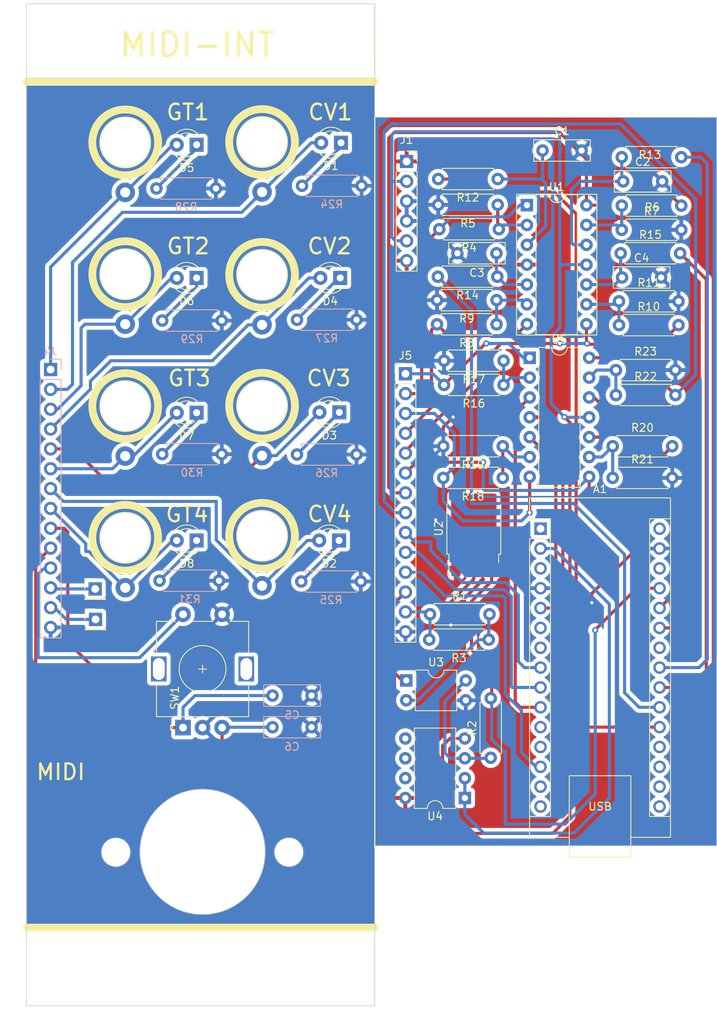
<source format=kicad_pcb>
(kicad_pcb (version 20221018) (generator pcbnew)
  (layers (0 "F.Cu" signal) (31 "B.Cu" signal) (34 "B.Paste" user) (35 "F.Paste" user) (36 "B.SilkS" user "B.Silkscreen") (37 "F.SilkS" user "F.Silkscreen") (38 "B.Mask" user) (39 "F.Mask" user) (44 "Edge.Cuts" user))
  (net 0 "")
  (net 2 "MIDI_DATA")
  (net 4 "GND")
  (net 5 "D2")
  (net 6 "D3")
  (net 7 "D4")
  (net 8 "ENCA")
  (net 9 "ENCB")
  (net 10 "D1")
  (net 13 "SW")
  (net 20 "A1")
  (net 21 "A2")
  (net 22 "A3")
  (net 23 "A4")
  (net 25 "+5V")
  (net 28 "Net-(U1A-+)")
  (net 29 "Net-(U1D-+)")
  (net 30 "Net-(U1B-+)")
  (net 31 "Net-(U1C-+)")
  (net 32 "Net-(D1-K)")
  (net 33 "CV1")
  (net 34 "Net-(D2-K)")
  (net 35 "CV4")
  (net 36 "Net-(D3-K)")
  (net 37 "CV3")
  (net 38 "Net-(D4-K)")
  (net 39 "CV2")
  (net 40 "Net-(D5-K)")
  (net 41 "GT1")
  (net 42 "Net-(D6-K)")
  (net 43 "GT2")
  (net 44 "Net-(D7-K)")
  (net 45 "GT3")
  (net 46 "Net-(D8-K)")
  (net 47 "GT4")
  (net 48 "MIDI-5")
  (net 49 "Net-(R1-Pad2)")
  (net 50 "Net-(U4A-+)")
  (net 51 "Net-(U1A--)")
  (net 52 "Net-(U1D--)")
  (net 53 "Net-(U1B--)")
  (net 54 "Net-(U1C--)")
  (net 55 "Net-(U5A--)")
  (net 56 "Net-(U5B--)")
  (net 57 "Net-(U5C--)")
  (net 58 "Net-(U5D--)")
  (net 59 "+12V")
  (net 60 "MIDI-4")
  (net 64 "-12V")
  (footprint "Package_DIP:DIP-8_W7.62mm" (layer "F.Cu") (at 155.53 131.66 180)
    (fp_text reference "U4")
    (fp_text value "TL072")
  )
  (footprint "Capacitor_THT:C_Rect_L7.0mm_W2.5mm_P5.00mm" (layer "F.Cu") (at 165.48 48.79)
    (fp_text reference "C1")
    (fp_text value "C")
  )
  (footprint "Resistor_THT:R_Axial_DIN0207_L6.3mm_D2.5mm_P7.62mm_Horizontal" (layer "F.Cu") (at 151.07 108.14)
    (fp_text reference "R1")
    (fp_text value "R")
  )
  (footprint "LED_THT:LED_D3.0mm" (layer "F.Cu") (at 139.575 65.1 180)
    (fp_text reference "D4")
    (fp_text value "LED")
  )
  (footprint "Library:aux_flush" (layer "F.Cu") (at 112.05 98.35 90)
    (fp_text reference "U13" hide)
    (fp_text value "Aux_flush")
  )
  (footprint "Resistor_THT:R_Axial_DIN0207_L6.3mm_D2.5mm_P7.62mm_Horizontal" (layer "F.Cu") (at 174.46 90.69)
    (fp_text reference "R21")
    (fp_text value "R")
  )
  (footprint "Connector_PinHeader_2.54mm:PinHeader_1x01_P2.54mm_Vertical" (layer "F.Cu") (at 108.2 104.9)
    (fp_text reference "J2" hide)
    (fp_text value "Conn_01x01_Pin")
  )
  (footprint "Capacitor_THT:C_Rect_L7.0mm_W2.5mm_P5.00mm" (layer "F.Cu") (at 159.58 61.94 180)
    (fp_text reference "C3")
    (fp_text value "C")
  )
  (footprint "Library:aux_flush" (layer "F.Cu") (at 129.56965 81.45 90)
    (fp_text reference "U9" hide)
    (fp_text value "Aux_flush")
  )
  (footprint "Resistor_THT:R_Axial_DIN0207_L6.3mm_D2.5mm_P7.62mm_Horizontal" (layer "F.Cu") (at 174.87 76.89)
    (fp_text reference "R23")
    (fp_text value "R")
  )
  (footprint "Resistor_THT:R_Axial_DIN0207_L6.3mm_D2.5mm_P7.62mm_Horizontal" (layer "F.Cu") (at 159.59 71.04 180)
    (fp_text reference "R8")
    (fp_text value "R")
  )
  (footprint "LED_THT:LED_D3.0mm" (layer "F.Cu") (at 121.19 98.7 180)
    (fp_text reference "D8")
    (fp_text value "LED")
  )
  (footprint "Resistor_THT:R_Axial_DIN0207_L6.3mm_D2.5mm_P7.62mm_Horizontal" (layer "F.Cu") (at 175.27 71.14)
    (fp_text reference "R10")
    (fp_text value "R")
  )
  (footprint "Capacitor_THT:C_Rect_L7.0mm_W2.5mm_P5.00mm" (layer "F.Cu") (at 175.8 52.74)
    (fp_text reference "C2")
    (fp_text value "C")
  )
  (footprint "Resistor_THT:R_Axial_DIN0207_L6.3mm_D2.5mm_P7.62mm_Horizontal" (layer "F.Cu") (at 175.62 49.64)
    (fp_text reference "R13")
    (fp_text value "R")
  )
  (footprint "Resistor_THT:R_Axial_DIN0207_L6.3mm_D2.5mm_P7.62mm_Horizontal" (layer "F.Cu") (at 174.46 86.64)
    (fp_text reference "R20")
    (fp_text value "R")
  )
  (footprint "MountingHole:MountingHole_3.2mm_M3" (layer "F.Cu") (at 110.85 138.6)
    (fp_text reference "REF**" hide)
    (fp_text value "MountingHole_3.2mm_M3")
  )
  (footprint "Resistor_THT:R_Axial_DIN0207_L6.3mm_D2.5mm_P7.62mm_Horizontal" (layer "F.Cu") (at 158.84 126.51 90)
    (fp_text reference "R2")
    (fp_text value "R")
  )
  (footprint "Rotary_Encoder:RotaryEncoder_Alps_EC11E-Switch_Vertical_H20mm" (layer "F.Cu") (at 119.45 122.65 90)
    (fp_text reference "SW1")
    (fp_text value "RotaryEncoder_Switch")
  )
  (footprint "Library:aux_flush" (layer "F.Cu") (at 112.05 47.75 90)
    (fp_text reference "U10" hide)
    (fp_text value "Aux_flush")
  )
  (footprint "LED_THT:LED_D3.0mm" (layer "F.Cu") (at 139.675 47.8 180)
    (fp_text reference "D1")
    (fp_text value "LED")
  )
  (footprint "Resistor_THT:R_Axial_DIN0207_L6.3mm_D2.5mm_P7.62mm_Horizontal" (layer "F.Cu") (at 175.62 58.94)
    (fp_text reference "R7")
    (fp_text value "R")
  )
  (footprint "Library:aux_flush" (layer "F.Cu") (at 112.05 64.616666 90)
    (fp_text reference "U11" hide)
    (fp_text value "Aux_flush")
  )
  (footprint "Connector_PinHeader_2.54mm:PinHeader_1x01_P2.54mm_Vertical" (layer "F.Cu") (at 108.25 108.8)
    (fp_text reference "J3" hide)
    (fp_text value "Conn_01x01_Pin")
  )
  (footprint "LED_THT:LED_D3.0mm" (layer "F.Cu") (at 121.19 65.1 180)
    (fp_text reference "D6")
    (fp_text value "LED")
  )
  (footprint "Resistor_THT:R_Axial_DIN0207_L6.3mm_D2.5mm_P7.62mm_Horizontal" (layer "F.Cu") (at 159.59 67.94 180)
    (fp_text reference "R9")
    (fp_text value "R")
  )
  (footprint "Resistor_THT:R_Axial_DIN0207_L6.3mm_D2.5mm_P7.62mm_Horizontal" (layer "F.Cu") (at 160.39 90.69 180)
    (fp_text reference "R18")
    (fp_text value "R")
  )
  (footprint "Resistor_THT:R_Axial_DIN0207_L6.3mm_D2.5mm_P7.62mm_Horizontal" (layer "F.Cu") (at 160.49 75.69 180)
    (fp_text reference "R17")
    (fp_text value "R")
  )
  (footprint "LED_THT:LED_D3.0mm" (layer "F.Cu") (at 121.19 48.05 180)
    (fp_text reference "D5")
    (fp_text value "LED")
  )
  (footprint "Package_DIP:DIP-4_W7.62mm" (layer "F.Cu") (at 148.03 116.615)
    (fp_text reference "U3")
    (fp_text value "EL817")
  )
  (footprint "Library:aux_flush" (layer "F.Cu") (at 129.56965 64.7 90)
    (fp_text reference "U8" hide)
    (fp_text value "Aux_flush")
  )
  (footprint "Resistor_THT:R_Axial_DIN0207_L6.3mm_D2.5mm_P7.62mm_Horizontal" (layer "F.Cu") (at 160.49 78.79 180)
    (fp_text reference "R16")
    (fp_text value "R")
  )
  (footprint "Resistor_THT:R_Axial_DIN0207_L6.3mm_D2.5mm_P7.62mm_Horizontal" (layer "F.Cu") (at 175.48 61.94)
    (fp_text reference "R15")
    (fp_text value "R")
  )
  (footprint "Library:aux_flush" (layer "F.Cu") (at 129.56965 98.1 90)
    (fp_text reference "U7" hide)
    (fp_text value "Aux_flush")
  )
  (footprint "Package_DIP:DIP-14_W7.62mm_Socket" (layer "F.Cu") (at 163.48 55.78)
    (fp_text reference "U1")
    (fp_text value "TL074")
  )
  (footprint "MountingHole:MountingHole_3.2mm_M3" (layer "F.Cu") (at 135.981664 155.523833)
    (fp_text reference "REF**" hide)
    (fp_text value "MountingHole_3.2mm_M3")
  )
  (footprint "Connector_PinHeader_2.54mm:PinHeader_1x14_P2.54mm_Vertical" (layer "F.Cu") (at 147.93 77.365)
    (fp_text reference "J5")
    (fp_text value "Conn_01x14_Pin")
  )
  (footprint "Library:aux_flush" (layer "F.Cu") (at 112.05 81.5 90)
    (fp_text reference "U12" hide)
    (fp_text value "Aux_flush")
  )
  (footprint "Resistor_THT:R_Axial_DIN0207_L6.3mm_D2.5mm_P7.62mm_Horizontal" (layer "F.Cu") (at 159.74 52.44 180)
    (fp_text reference "R12")
    (fp_text value "R")
  )
  (footprint "Resistor_THT:R_Axial_DIN0207_L6.3mm_D2.5mm_P7.62mm_Horizontal" (layer "F.Cu") (at 159.74 55.74 180)
    (fp_text reference "R5")
    (fp_text value "R")
  )
  (footprint "Package_DIP:DIP-14_W7.62mm" (layer "F.Cu") (at 163.83 75.315)
    (fp_text reference "U5")
    (fp_text value "TL074")
  )
  (footprint "LED_THT:LED_D3.0mm" (layer "F.Cu") (at 139.425 98.7 180)
    (fp_text reference "D2")
    (fp_text value "LED")
  )
  (footprint "LED_THT:LED_D3.0mm" (layer "F.Cu") (at 121.19 82.35 180)
    (fp_text reference "D7")
    (fp_text value "LED")
  )
  (footprint "Resistor_THT:R_Axial_DIN0207_L6.3mm_D2.5mm_P7.62mm_Horizontal" (layer "F.Cu") (at 159.88 58.86 180)
    (fp_text reference "R4")
    (fp_text value "R")
  )
  (footprint "Package_TO_SOT_SMD:TO-252-3_TabPin2" (layer "F.Cu") (at 156.68 97.15 90)
    (fp_text reference "U2")
    (fp_text value "L7806")
  )
  (footprint "MountingHole:MountingHole_3.2mm_M3" (layer "F.Cu") (at 105.501664 155.523833)
    (fp_text reference "REF**" hide)
    (fp_text value "MountingHole_3.2mm_M3")
  )
  (footprint "Capacitor_THT:C_Rect_L7.0mm_W2.5mm_P5.00mm" (layer "F.Cu") (at 175.66 65.04)
    (fp_text reference "C4")
    (fp_text value "C")
  )
  (footprint "Resistor_THT:R_Axial_DIN0207_L6.3mm_D2.5mm_P7.62mm_Horizontal" (layer "F.Cu") (at 174.87 80.09)
    (fp_text reference "R22")
    (fp_text value "R")
  )
  (footprint "Resistor_THT:R_Axial_DIN0207_L6.3mm_D2.5mm_P7.62mm_Horizontal" (layer "F.Cu") (at 175.62 55.84)
    (fp_text reference "R6")
    (fp_text value "R")
  )
  (footprint "Module:Arduino_Nano" (layer "F.Cu") (at 165.22 97.19)
    (fp_text reference "A1")
    (fp_text value "Arduino_Nano_Every")
  )
  (footprint "Connector_PinSocket_2.54mm:PinSocket_1x06_P2.54mm_Vertical" (layer "F.Cu") (at 148.08 50.19)
    (fp_text reference "J1")
    (fp_text value "Conn_01x06_Pin")
  )
  (footprint "MountingHole:MountingHole_3.2mm_M3" (layer "F.Cu") (at 135.98 33)
    (fp_text reference "REF**" hide)
    (fp_text value "MountingHole_3.2mm_M3")
  )
  (footprint "Resistor_THT:R_Axial_DIN0207_L6.3mm_D2.5mm_P7.62mm_Horizontal" (layer "F.Cu") (at 175.27 68.09)
    (fp_text reference "R11")
    (fp_text value "R")
  )
  (footprint "MountingHole:MountingHole_3.2mm_M3" (layer "F.Cu") (at 133 138.6)
    (fp_text reference "REF**" hide)
    (fp_text value "MountingHole_3.2mm_M3")
  )
  (footprint "Resistor_THT:R_Axial_DIN0207_L6.3mm_D2.5mm_P7.62mm_Horizontal" (layer "F.Cu") (at 158.59 111.39 180)
    (fp_text reference "R3")
    (fp_text value "R")
  )
  (footprint "LED_THT:LED_D3.0mm" (layer "F.Cu") (at 139.46 82.3 180)
    (fp_text reference "D3")
    (fp_text value "LED")
  )
  (footprint "Resistor_THT:R_Axial_DIN0207_L6.3mm_D2.5mm_P7.62mm_Horizontal" (layer "F.Cu") (at 160.39 86.64 180)
    (fp_text reference "R19")
    (fp_text value "R")
  )
  (footprint "Resistor_THT:R_Axial_DIN0207_L6.3mm_D2.5mm_P7.62mm_Horizontal" (layer "F.Cu") (at 159.69 64.94 180)
    (fp_text reference "R14")
    (fp_text value "R")
  )
  (footprint "Library:aux_flush" (layer "F.Cu") (at 129.56965 47.7 90)
    (fp_text reference "U6" hide)
    (fp_text value "Aux_flush")
  )
  (footprint "MountingHole:MountingHole_3.2mm_M3" (layer "F.Cu") (at 105.5 33)
    (fp_text reference "REF**" hide)
    (fp_text value "MountingHole_3.2mm_M3")
  )
  (footprint "Capacitor_THT:C_Rect_L7.0mm_W2.5mm_P5.00mm" (layer "B.Cu") (at 130.91 122.6)
    (fp_text reference "C6")
    (fp_text value "C")
  )
  (footprint "Resistor_THT:R_Axial_DIN0207_L6.3mm_D2.5mm_P7.62mm_Horizontal" (layer "B.Cu") (at 116.04 53.65)
    (fp_text reference "R28")
    (fp_text value "R")
  )
  (footprint "Resistor_THT:R_Axial_DIN0207_L6.3mm_D2.5mm_P7.62mm_Horizontal" (layer "B.Cu") (at 134.04 70.45)
    (fp_text reference "R27")
    (fp_text value "R")
  )
  (footprint "Resistor_THT:R_Axial_DIN0207_L6.3mm_D2.5mm_P7.62mm_Horizontal" (layer "B.Cu") (at 134.59 103.95)
    (fp_text reference "R25")
    (fp_text value "R")
  )
  (footprint "Capacitor_THT:C_Rect_L7.0mm_W2.5mm_P5.00mm" (layer "B.Cu") (at 130.91 118.55)
    (fp_text reference "C5")
    (fp_text value "C")
  )
  (footprint "Resistor_THT:R_Axial_DIN0207_L6.3mm_D2.5mm_P7.62mm_Horizontal" (layer "B.Cu") (at 134.69 53.3)
    (fp_text reference "R24")
    (fp_text value "R")
  )
  (footprint "Resistor_THT:R_Axial_DIN0207_L6.3mm_D2.5mm_P7.62mm_Horizontal" (layer "B.Cu") (at 116.79 87.65)
    (fp_text reference "R30")
    (fp_text value "R")
  )
  (footprint "Resistor_THT:R_Axial_DIN0207_L6.3mm_D2.5mm_P7.62mm_Horizontal" (layer "B.Cu") (at 116.79 70.55)
    (fp_text reference "R29")
    (fp_text value "R")
  )
  (footprint "Connector_PinHeader_2.54mm:PinHeader_1x14_P2.54mm_Vertical" (layer "B.Cu") (at 102.5 76.82 180)
    (fp_text reference "J4")
    (fp_text value "Conn_01x14_Pin")
  )
  (footprint "Resistor_THT:R_Axial_DIN0207_L6.3mm_D2.5mm_P7.62mm_Horizontal" (layer "B.Cu") (at 134.04 87.7)
    (fp_text reference "R26")
    (fp_text value "R")
  )
  (footprint "Resistor_THT:R_Axial_DIN0207_L6.3mm_D2.5mm_P7.62mm_Horizontal" (layer "B.Cu") (at 116.44 103.85)
    (fp_text reference "R31")
    (fp_text value "R")
  )
  (gr_line (start 144 40) (end 144 30) (stroke (width 0.15)) (layer "F.SilkS"))
  (gr_line (start 144 138) (end 144 44.5) (stroke (width 0.15)) (layer "F.SilkS"))
  (gr_line (start 99.4 40) (end 144 40) (stroke (width 1)) (layer "F.SilkS"))
  (gr_line (start 144 148.25) (end 99.5 148.25) (stroke (width 1)) (layer "F.SilkS"))
  (gr_line (start 144 137.79) (end 144 158.25) (stroke (width 0.1)) (layer "Edge.Cuts"))
  (gr_line (start 187.78 44.54) (end 144 44.53) (stroke (width 0.1)) (layer "Edge.Cuts"))
  (gr_line (start 187.78 44.54) (end 187.78 137.79) (stroke (width 0.1)) (layer "Edge.Cuts"))
  (gr_line (start 144 158.25) (end 99.4 158.25) (stroke (width 0.1)) (layer "Edge.Cuts"))
  (gr_circle (center 121.95 138.55) (end 129.95 138.55) (stroke (width 0.1)) (fill none) (layer "Edge.Cuts"))
  (gr_line (start 144 30) (end 144 44.53) (stroke (width 0.1)) (layer "Edge.Cuts"))
  (gr_line (start 99.4 30) (end 144 30) (stroke (width 0.1)) (layer "Edge.Cuts"))
  (gr_line (start 187.78 137.79) (end 144 137.79) (stroke (width 0.1)) (layer "Edge.Cuts"))
  (gr_line (start 99.4 158.25) (end 99.4 30) (stroke (width 0.1)) (layer "Edge.Cuts"))
  (gr_text "GT4" (at 117.05 96.5) (layer "F.SilkS") (effects (font (size 2 2) (thickness 0.3)) (justify left bottom)))
  (gr_text "GT1" (at 117.15 45.05) (layer "F.SilkS") (effects (font (size 2 2) (thickness 0.3)) (justify left bottom)))
  (gr_text "MIDI" (at 100.5 129.5) (layer "F.SilkS") (effects (font (size 2 2) (thickness 0.3)) (justify left bottom)))
  (gr_text "MIDI-INT\n" (at 111.1 37) (layer "F.SilkS") (effects (font (size 3 3) (thickness 0.4)) (justify left bottom)))
  (gr_text "CV3" (at 135.1 79.1) (layer "F.SilkS") (effects (font (size 2 2) (thickness 0.3)) (justify left bottom)))
  (gr_text "CV1" (at 135.3 45.05) (layer "F.SilkS") (effects (font (size 2 2) (thickness 0.3)) (justify left bottom)))
  (gr_text "GT2" (at 117.2 62.2) (layer "F.SilkS") (effects (font (size 2 2) (thickness 0.3)) (justify left bottom)))
  (gr_text "CV4" (at 135.2 96.5) (layer "F.SilkS") (effects (font (size 2 2) (thickness 0.3)) (justify left bottom)))
  (gr_text "GT3" (at 117.35 79.1) (layer "F.SilkS") (effects (font (size 2 2) (thickness 0.3)) (justify left bottom)))
  (gr_text "CV2" (at 135.2 62.2) (layer "F.SilkS") (effects (font (size 2 2) (thickness 0.3)) (justify left bottom)))
  (segment (start 155.53 131.66) (end 155.53 133.74) (width 0.4) (layer "B.Cu") (net 2))
  (segment (start 169.52 136.15) (end 174.03 131.64) (width 0.4) (layer "B.Cu") (net 2))
  (segment (start 155.53 129.12) (end 155.53 131.66) (width 0.4) (layer "B.Cu") (net 2))
  (segment (start 155.53 133.74) (end 157.94 136.15) (width 0.4) (layer "B.Cu") (net 2))
  (segment (start 166.92 99.73) (end 165.22 99.73) (width 0.4) (layer "B.Cu") (net 2))
  (segment (start 157.94 136.15) (end 169.52 136.15) (width 0.4) (layer "B.Cu") (net 2))
  (segment (start 174.03 131.64) (end 174.03 106.84) (width 0.4) (layer "B.Cu") (net 2))
  (segment (start 174.03 106.84) (end 166.92 99.73) (width 0.4) (layer "B.Cu") (net 2))
  (segment (start 156.68 103.62) (end 156.68 102.19) (width 0.4) (layer "F.Cu") (net 4))
  (segment (start 152.77 86.64) (end 152.77 84.165) (width 0.4) (layer "F.Cu") (net 4))
  (segment (start 177.54 99.73) (end 180.46 99.73) (width 0.4) (layer "F.Cu") (net 4))
  (segment (start 171.78 106.66) (end 171.78 105.49) (width 0.4) (layer "F.Cu") (net 4))
  (segment (start 151.97 95.89) (end 156.68 95.89) (width 0.4) (layer "F.Cu") (net 4))
  (segment (start 153.73 109.53) (end 153.73 106.57) (width 0.4) (layer "F.Cu") (net 4))
  (segment (start 153.73 106.57) (end 156.68 103.62) (width 0.4) (layer "F.Cu") (net 4))
  (segment (start 171.78 105.49) (end 177.54 99.73) (width 0.4) (layer "F.Cu") (net 4))
  (segment (start 156.68 102.19) (end 156.68 99.09) (width 0.4) (layer "F.Cu") (net 4))
  (segment (start 151.79 96.07) (end 151.97 95.89) (width 0.4) (layer "F.Cu") (net 4))
  (segment (start 152.77 84.165) (end 154.03 82.905) (width 0.4) (layer "F.Cu") (net 4))
  (via (at 153.73 109.53) (size 0.8) (drill 0.4) (layers "F.Cu" "B.Cu") (net 4))
  (via (at 171.78 106.66) (size 0.8) (drill 0.4) (layers "F.Cu" "B.Cu") (net 4))
  (via (at 151.79 96.07) (size 0.8) (drill 0.4) (layers "F.Cu" "B.Cu") (net 4))
  (via (at 154.03 82.905) (size 0.8) (drill 0.4) (layers "F.Cu" "B.Cu") (net 4))
  (segment (start 151.79 96.07) (end 151.77 96.05) (width 0.4) (layer "B.Cu") (net 4))
  (segment (start 150.55 94.83) (end 151.79 96.07) (width 0.4) (layer "B.Cu") (net 4))
  (segment (start 152.77 86.64) (end 150.72 88.69) (width 0.4) (layer "B.Cu") (net 4))
  (segment (start 171.78 106.66) (end 169.93 104.81) (width 0.4) (layer "B.Cu") (net 4))
  (segment (start 169.93 104.81) (end 165.22 104.81) (width 0.4) (layer "B.Cu") (net 4))
  (segment (start 150.72 88.69) (end 150.55 88.69) (width 0.4) (layer "B.Cu") (net 4))
  (segment (start 150.55 88.69) (end 150.55 94.83) (width 0.4) (layer "B.Cu") (net 4))
  (segment (start 167.18 88.825) (end 163.83 85.475) (width 0.4) (layer "F.Cu") (net 5))
  (segment (start 167.18 106.79) (end 167.18 88.825) (width 0.4) (layer "F.Cu") (net 5))
  (segment (start 166.62 107.35) (end 167.18 106.79) (width 0.4) (layer "F.Cu") (net 5))
  (segment (start 165.22 107.35) (end 166.62 107.35) (width 0.4) (layer "F.Cu") (net 5))
  (segment (start 184.38 85.29) (end 184.38 103.43) (width 0.4) (layer "F.Cu") (net 6))
  (segment (start 171.45 85.475) (end 172.695 85.475) (width 0.4) (layer "F.Cu") (net 6))
  (segment (start 172.695 85.475) (end 173.68 84.49) (width 0.4) (layer "F.Cu") (net 6))
  (segment (start 173.68 84.49) (end 183.58 84.49) (width 0.4) (layer "F.Cu") (net 6))
  (segment (start 184.38 103.43) (end 180.46 107.35) (width 0.4) (layer "F.Cu") (net 6))
  (segment (start 183.58 84.49) (end 184.38 85.29) (width 0.4) (layer "F.Cu") (net 6))
  (segment (start 171.45 80.395) (end 172.085 80.395) (width 0.4) (layer "F.Cu") (net 7))
  (segment (start 173.78 82.09) (end 185.5 82.09) (width 0.4) (layer "F.Cu") (net 7))
  (segment (start 183.48 109.89) (end 180.46 109.89) (width 0.4) (layer "F.Cu") (net 7))
  (segment (start 185.5 82.09) (end 185.5 107.87) (width 0.4) (layer "F.Cu") (net 7))
  (segment (start 172.085 80.395) (end 173.78 82.09) (width 0.4) (layer "F.Cu") (net 7))
  (segment (start 185.5 107.87) (end 183.48 109.89) (width 0.4) (layer "F.Cu") (net 7))
  (segment (start 115.65 122.65) (end 119.45 122.65) (width 0.4) (layer "F.Cu") (net 8))
  (segment (start 104.7 111.7) (end 115.65 122.65) (width 0.4) (layer "F.Cu") (net 8))
  (segment (start 104.24 97.14) (end 104.7 97.6) (width 0.4) (layer "F.Cu") (net 8))
  (segment (start 104.7 97.6) (end 104.7 111.7) (width 0.4) (layer "F.Cu") (net 8))
  (segment (start 102.5 97.14) (end 104.24 97.14) (width 0.4) (layer "F.Cu") (net 8))
  (segment (start 119.45 120.07) (end 120.97 118.55) (width 0.4) (layer "B.Cu") (net 8))
  (segment (start 151.18 99.99) (end 151.18 98.89) (width 0.4) (layer "B.Cu") (net 8))
  (segment (start 155.28 104.09) (end 151.18 99.99) (width 0.4) (layer "B.Cu") (net 8))
  (segment (start 162.38 114.19) (end 162.38 105.69) (width 0.4) (layer "B.Cu") (net 8))
  (segment (start 151.18 98.89) (end 149.135 98.89) (width 0.4) (layer "B.Cu") (net 8))
  (segment (start 160.78 104.09) (end 155.28 104.09) (width 0.4) (layer "B.Cu") (net 8))
  (segment (start 120.97 118.55) (end 130.91 118.55) (width 0.4) (layer "B.Cu") (net 8))
  (segment (start 163.16 114.97) (end 162.38 114.19) (width 0.4) (layer "B.Cu") (net 8))
  (segment (start 165.22 114.97) (end 163.16 114.97) (width 0.4) (layer "B.Cu") (net 8))
  (segment (start 119.45 122.65) (end 119.45 120.07) (width 0.4) (layer "B.Cu") (net 8))
  (segment (start 162.38 105.69) (end 160.78 104.09) (width 0.4) (layer "B.Cu") (net 8))
  (segment (start 149.135 98.89) (end 147.93 97.685) (width 0.4) (layer "B.Cu") (net 8))
  (segment (start 100.6 119.2) (end 108.1 126.7) (width 0.4) (layer "F.Cu") (net 9))
  (segment (start 102.5 99.68) (end 100.6 101.58) (width 0.4) (layer "F.Cu") (net 9))
  (segment (start 122.4 126.7) (end 124.45 124.65) (width 0.4) (layer "F.Cu") (net 9))
  (segment (start 124.45 124.65) (end 124.45 122.65) (width 0.4) (layer "F.Cu") (net 9))
  (segment (start 108.1 126.7) (end 122.4 126.7) (width 0.4) (layer "F.Cu") (net 9))
  (segment (start 100.6 101.58) (end 100.6 119.2) (width 0.4) (layer "F.Cu") (net 9))
  (segment (start 147.93 100.225) (end 149.615 100.225) (width 0.4) (layer "B.Cu") (net 9))
  (segment (start 130.91 122.6) (end 124.5 122.6) (width 0.4) (layer "B.Cu") (net 9))
  (segment (start 161.6 117.51) (end 165.22 117.51) (width 0.4) (layer "B.Cu") (net 9))
  (segment (start 161.48 105.89) (end 161.48 117.39) (width 0.4) (layer "B.Cu") (net 9))
  (segment (start 124.5 122.6) (end 124.45 122.65) (width 0.4) (layer "B.Cu") (net 9))
  (segment (start 160.58 104.99) (end 161.48 105.89) (width 0.4) (layer "B.Cu") (net 9))
  (segment (start 149.615 100.225) (end 154.38 104.99) (width 0.4) (layer "B.Cu") (net 9))
  (segment (start 161.48 117.39) (end 161.6 117.51) (width 0.4) (layer "B.Cu") (net 9))
  (segment (start 154.38 104.99) (end 160.58 104.99) (width 0.4) (layer "B.Cu") (net 9))
  (segment (start 161.98 82.245) (end 163.83 80.395) (width 0.4) (layer "F.Cu") (net 10))
  (segment (start 165.22 120.05) (end 162.64 120.05) (width 0.4) (layer "F.Cu") (net 10))
  (segment (start 162.64 120.05) (end 161.98 119.39) (width 0.4) (layer "F.Cu") (net 10))
  (segment (start 161.98 119.39) (end 161.98 82.245) (width 0.4) (layer "F.Cu") (net 10))
  (segment (start 100.9 113.6) (end 101 113.7) (width 0.4) (layer "B.Cu") (net 13))
  (segment (start 160.7 118.36) (end 162.78 120.44) (width 0.4) (layer "B.Cu") (net 13))
  (segment (start 101.53 102.37) (end 100.9 103) (width 0.4) (layer "B.Cu") (net 13))
  (segment (start 113.9 113.7) (end 119.45 108.15) (width 0.4) (layer "B.Cu") (net 13))
  (segment (start 103.15 102.37) (end 101.53 102.37) (width 0.4) (layer "B.Cu") (net 13))
  (segment (start 162.78 120.44) (end 162.78 125.815) (width 0.4) (layer "B.Cu") (net 13))
  (segment (start 147.93 102.765) (end 149.955 102.765) (width 0.4) (layer "B.Cu") (net 13))
  (segment (start 100.9 103) (end 100.9 113.6) (width 0.4) (layer "B.Cu") (net 13))
  (segment (start 164.635 127.67) (end 165.22 127.67) (width 0.4) (layer "B.Cu") (net 13))
  (segment (start 160.38 105.79) (end 160.7 106.11) (width 0.4) (layer "B.Cu") (net 13))
  (segment (start 152.98 105.79) (end 160.38 105.79) (width 0.4) (layer "B.Cu") (net 13))
  (segment (start 162.78 125.815) (end 164.635 127.67) (width 0.4) (layer "B.Cu") (net 13))
  (segment (start 101 113.7) (end 113.9 113.7) (width 0.4) (layer "B.Cu") (net 13))
  (segment (start 160.7 106.11) (end 160.7 118.36) (width 0.4) (layer "B.Cu") (net 13))
  (segment (start 149.955 102.765) (end 152.98 105.79) (width 0.4) (layer "B.Cu") (net 13))
  (segment (start 157.28 54.09) (end 166.98 54.09) (width 0.4) (layer "F.Cu") (net 20))
  (segment (start 166.98 54.09) (end 169.78 56.89) (width 0.4) (layer "F.Cu") (net 20))
  (segment (start 169.78 122.59) (end 180.46 122.59) (width 0.4) (layer "F.Cu") (net 20))
  (segment (start 169.78 56.89) (end 169.78 122.59) (width 0.4) (layer "F.Cu") (net 20))
  (segment (start 155.63 52.44) (end 157.28 54.09) (width 0.4) (layer "F.Cu") (net 20))
  (segment (start 152.12 52.44) (end 155.63 52.44) (width 0.4) (layer "F.Cu") (net 20))
  (segment (start 156.38 69.25) (end 152.07 64.94) (width 0.4) (layer "B.Cu") (net 21))
  (segment (start 175.98 100.49) (end 169.455 93.965) (width 0.4) (layer "B.Cu") (net 21))
  (segment (start 169.455 93.965) (end 156.38 93.965) (width 0.4) (layer "B.Cu") (net 21))
  (segment (start 177.84 120.05) (end 175.98 118.19) (width 0.4) (layer "B.Cu") (net 21))
  (segment (start 180.46 120.05) (end 177.84 120.05) (width 0.4) (layer "B.Cu") (net 21))
  (segment (start 175.98 118.19) (end 175.98 100.49) (width 0.4) (layer "B.Cu") (net 21))
  (segment (start 156.38 93.965) (end 156.38 69.25) (width 0.4) (layer "B.Cu") (net 21))
  (segment (start 180.46 117.51) (end 185.66 117.51) (width 0.4) (layer "F.Cu") (net 22))
  (segment (start 186.44 116.73) (end 186.44 65.28) (width 0.4) (layer "F.Cu") (net 22))
  (segment (start 185.66 117.51) (end 186.44 116.73) (width 0.4) (layer "F.Cu") (net 22))
  (segment (start 186.44 65.28) (end 183.1 61.94) (width 0.4) (layer "F.Cu") (net 22))
  (segment (start 185.5 114.97) (end 180.46 114.97) (width 0.4) (layer "B.Cu") (net 23))
  (segment (start 186.57 113.9) (end 185.5 114.97) (width 0.4) (layer "B.Cu") (net 23))
  (segment (start 185.73 49.64) (end 186.57 50.48) (width 0.4) (layer "B.Cu") (net 23))
  (segment (start 183.24 49.64) (end 185.73 49.64) (width 0.4) (layer "B.Cu") (net 23))
  (segment (start 186.57 50.48) (end 186.57 113.9) (width 0.4) (layer "B.Cu") (net 23))
  (segment (start 156.38 106.49) (end 156.38 112.69) (width 0.4) (layer "F.Cu") (net 25))
  (segment (start 158.98 115.29) (end 158.98 118.78) (width 0.4) (layer "F.Cu") (net 25))
  (segment (start 172.22 110.13) (end 177.54 104.81) (width 0.4) (layer "F.Cu") (net 25))
  (segment (start 172.22 110.18) (end 172.22 110.13) (width 0.4) (layer "F.Cu") (net 25))
  (segment (start 156.38 112.69) (end 158.98 115.29) (width 0.4) (layer "F.Cu") (net 25))
  (segment (start 158.96 102.19) (end 158.96 103.91) (width 0.4) (layer "F.Cu") (net 25))
  (segment (start 158.96 103.91) (end 156.38 106.49) (width 0.4) (layer "F.Cu") (net 25))
  (segment (start 177.54 104.81) (end 180.46 104.81) (width 0.4) (layer "F.Cu") (net 25))
  (via (at 172.22 110.18) (size 0.8) (drill 0.4) (layers "F.Cu" "B.Cu") (net 25))
  (segment (start 158.98 124.17) (end 160.49 125.68) (width 0.4) (layer "B.Cu") (net 25))
  (segment (start 160.49 125.68) (end 160.71 125.68) (width 0.4) (layer "B.Cu") (net 25))
  (segment (start 158.39 118.89) (end 158.98 119.48) (width 0.4) (layer "B.Cu") (net 25))
  (segment (start 158.98 119.48) (end 158.98 124.17) (width 0.4) (layer "B.Cu") (net 25))
  (segment (start 160.71 125.68) (end 160.71 135) (width 0.4) (layer "B.Cu") (net 25))
  (segment (start 172.22 131.16) (end 172.22 110.18) (width 0.4) (layer "B.Cu") (net 25))
  (segment (start 160.71 135) (end 168.38 135) (width 0.4) (layer "B.Cu") (net 25))
  (segment (start 168.38 135) (end 172.22 131.16) (width 0.4) (layer "B.Cu") (net 25))
  (segment (start 165.88 58.46) (end 163.48 60.86) (width 0.4) (layer "B.Cu") (net 28))
  (segment (start 165.88 52.99) (end 165.88 58.46) (width 0.4) (layer "B.Cu") (net 28))
  (segment (start 165.48 52.29) (end 165.33 52.44) (width 0.4) (layer "B.Cu") (net 28))
  (segment (start 159.54 52.24) (end 159.74 52.44) (width 0.4) (layer "B.Cu") (net 28))
  (segment (start 165.33 52.44) (end 165.88 52.99) (width 0.4) (layer "B.Cu") (net 28))
  (segment (start 165.48 48.79) (end 165.48 52.29) (width 0.4) (layer "B.Cu") (net 28))
  (segment (start 159.74 52.44) (end 165.33 52.44) (width 0.4) (layer "B.Cu") (net 28))
  (segment (start 169.18 60.59) (end 169.18 53.79) (width 0.4) (layer "B.Cu") (net 29))
  (segment (start 170.23 52.74) (end 175.8 52.74) (width 0.4) (layer "B.Cu") (net 29))
  (segment (start 169.45 60.86) (end 169.18 60.59) (width 0.4) (layer "B.Cu") (net 29))
  (segment (start 171.1 60.86) (end 169.45 60.86) (width 0.4) (layer "B.Cu") (net 29))
  (segment (start 175.62 49.64) (end 175.62 52.56) (width 0.4) (layer "B.Cu") (net 29))
  (segment (start 175.62 52.56) (end 175.8 52.74) (width 0.4) (layer "B.Cu") (net 29))
  (segment (start 169.18 53.79) (end 170.23 52.74) (width 0.4) (layer "B.Cu") (net 29))
  (segment (start 159.58 61.94) (end 159.58 64.83) (width 0.4) (layer "B.Cu") (net 30))
  (segment (start 160.69 65.94) (end 159.69 64.94) (width 0.4) (layer "B.Cu") (net 30))
  (segment (start 163.48 65.94) (end 160.69 65.94) (width 0.4) (layer "B.Cu") (net 30))
  (segment (start 159.58 64.83) (end 159.69 64.94) (width 0.4) (layer "B.Cu") (net 30))
  (segment (start 174.76 65.94) (end 175.66 65.04) (width 0.4) (layer "B.Cu") (net 31))
  (segment (start 175.48 64.86) (end 175.66 65.04) (width 0.4) (layer "B.Cu") (net 31))
  (segment (start 175.48 61.94) (end 175.48 64.86) (width 0.4) (layer "B.Cu") (net 31))
  (segment (start 171.1 65.94) (end 174.76 65.94) (width 0.4) (layer "B.Cu") (net 31))
  (segment (start 139.675 48.315) (end 139.675 47.8) (width 0.4) (layer "B.Cu") (net 32))
  (segment (start 134.69 53.3) (end 139.675 48.315) (width 0.4) (layer "B.Cu") (net 32))
  (segment (start 150.005 79.54) (end 150.005 61.115) (width 0.4) (layer "F.Cu") (net 33))
  (segment (start 149.64 79.905) (end 150.005 79.54) (width 0.4) (layer "F.Cu") (net 33))
  (segment (start 147.93 79.905) (end 149.64 79.905) (width 0.4) (layer "F.Cu") (net 33))
  (segment (start 150.005 61.115) (end 152.26 58.86) (width 0.4) (layer "F.Cu") (net 33))
  (segment (start 153.855 57.265) (end 152.26 58.86) (width 0.4) (layer "B.Cu") (net 33))
  (segment (start 161.08 57.265) (end 153.855 57.265) (width 0.4) (layer "B.Cu") (net 33))
  (segment (start 111.7 56.7) (end 126.96965 56.7) (width 0.4) (layer "B.Cu") (net 33))
  (segment (start 105.3 63.1) (end 111.7 56.7) (width 0.4) (layer "B.Cu") (net 33))
  (segment (start 105.3 78.7) (end 105.3 63.1) (width 0.4) (layer "B.Cu") (net 33))
  (segment (start 104.64 79.36) (end 105.3 78.7) (width 0.4) (layer "B.Cu") (net 33))
  (segment (start 126.96965 56.7) (end 129.56965 54.1) (width 0.4) (layer "B.Cu") (net 33))
  (segment (start 102.5 79.36) (end 104.64 79.36) (width 0.4) (layer "B.Cu") (net 33))
  (segment (start 129.56965 54.1) (end 135.86965 47.8) (width 0.4) (layer "B.Cu") (net 33))
  (segment (start 163.48 55.78) (end 162.565 55.78) (width 0.4) (layer "B.Cu") (net 33))
  (segment (start 135.86965 47.8) (end 137.135 47.8) (width 0.4) (layer "B.Cu") (net 33))
  (segment (start 162.565 55.78) (end 161.08 57.265) (width 0.4) (layer "B.Cu") (net 33))
  (segment (start 134.59 103.95) (end 139.425 99.115) (width 0.4) (layer "B.Cu") (net 34))
  (segment (start 139.425 99.115) (end 139.425 98.7) (width 0.4) (layer "B.Cu") (net 34))
  (segment (start 146.495 92.605) (end 145.78 91.89) (width 0.4) (layer "F.Cu") (net 35))
  (segment (start 147.93 92.605) (end 146.495 92.605) (width 0.4) (layer "F.Cu") (net 35))
  (segment (start 173.88 54.39) (end 181.79 54.39) (width 0.4) (layer "F.Cu") (net 35))
  (segment (start 171.1 49.91) (end 171.1 55.78) (width 0.4) (layer "F.Cu") (net 35))
  (segment (start 171.1 55.78) (end 172.49 55.78) (width 0.4) (layer "F.Cu") (net 35))
  (segment (start 181.79 54.39) (end 183.24 55.84) (width 0.4) (layer "F.Cu") (net 35))
  (segment (start 145.78 91.89) (end 145.78 47.19) (width 0.4) (layer "F.Cu") (net 35))
  (segment (start 146.48 46.49) (end 167.68 46.49) (width 0.4) (layer "F.Cu") (net 35))
  (segment (start 167.68 46.49) (end 171.1 49.91) (width 0.4) (layer "F.Cu") (net 35))
  (segment (start 145.78 47.19) (end 146.48 46.49) (width 0.4) (layer "F.Cu") (net 35))
  (segment (start 172.49 55.78) (end 173.88 54.39) (width 0.4) (layer "F.Cu") (net 35))
  (segment (start 123.7 93.7) (end 104.14 93.7) (width 0.4) (layer "B.Cu") (net 35))
  (segment (start 123.7 98.63035) (end 123.7 93.7) (width 0.4) (layer "B.Cu") (net 35))
  (segment (start 136.885 98.7) (end 135.36965 98.7) (width 0.4) (layer "B.Cu") (net 35))
  (segment (start 135.36965 98.7) (end 129.56965 104.5) (width 0.4) (layer "B.Cu") (net 35))
  (segment (start 104.14 93.7) (end 102.5 92.06) (width 0.4) (layer "B.Cu") (net 35))
  (segment (start 129.56965 104.5) (end 123.7 98.63035) (width 0.4) (layer "B.Cu") (net 35))
  (segment (start 134.04 87.7) (end 139.44 82.3) (width 0.4) (layer "B.Cu") (net 36))
  (segment (start 139.44 82.3) (end 139.46 82.3) (width 0.4) (layer "B.Cu") (net 36))
  (segment (start 126.71965 90.7) (end 129.56965 87.85) (width 0.4) (layer "F.Cu") (net 37))
  (segment (start 105.48 86.98) (end 109.2 90.7) (width 0.4) (layer "F.Cu") (net 37))
  (segment (start 157.78 77.405) (end 147.93 87.255) (width 0.4) (layer "F.Cu") (net 37))
  (segment (start 171.28 73.59) (end 180.44 73.59) (width 0.4) (layer "F.Cu") (net 37))
  (segment (start 109.2 90.7) (end 126.71965 90.7) (width 0.4) (layer "F.Cu") (net 37))
  (segment (start 171.1 73.41) (end 171.18 73.49) (width 0.4) (layer "F.Cu") (net 37))
  (segment (start 167.68 73.49) (end 160.18 73.49) (width 0.4) (layer "F.Cu") (net 37))
  (segment (start 147.93 87.255) (end 147.93 87.525) (width 0.4) (layer "F.Cu") (net 37))
  (segment (start 171.1 71.02) (end 171.1 73.41) (width 0.4) (layer "F.Cu") (net 37))
  (segment (start 180.44 73.59) (end 182.89 71.14) (width 0.4) (layer "F.Cu") (net 37))
  (segment (start 171.18 73.49) (end 171.28 73.59) (width 0.4) (layer "F.Cu") (net 37))
  (segment (start 102.5 86.98) (end 105.48 86.98) (width 0.4) (layer "F.Cu") (net 37))
  (segment (start 160.18 73.49) (end 157.78 75.89) (width 0.4) (layer "F.Cu") (net 37))
  (segment (start 157.78 75.89) (end 157.78 77.405) (width 0.4) (layer "F.Cu") (net 37))
  (via (at 167.68 73.49) (size 0.8) (drill 0.4) (layers "F.Cu" "B.Cu") (net 37))
  (via (at 171.18 73.49) (size 0.8) (drill 0.4) (layers "F.Cu" "B.Cu") (net 37))
  (segment (start 131.37 87.85) (end 136.92 82.3) (width 0.4) (layer "B.Cu") (net 37))
  (segment (start 129.56965 87.85) (end 131.37 87.85) (width 0.4) (layer "B.Cu") (net 37))
  (segment (start 167.68 73.49) (end 171.18 73.49) (width 0.4) (layer "B.Cu") (net 37))
  (segment (start 134.04 70.45) (end 139.39 65.1) (width 0.4) (layer "B.Cu") (net 38))
  (segment (start 139.39 65.1) (end 139.575 65.1) (width 0.4) (layer "B.Cu") (net 38))
  (segment (start 151.255 71.755) (end 151.97 71.04) (width 0.4) (layer "F.Cu") (net 39))
  (segment (start 147.93 84.985) (end 151.255 81.66) (width 0.4) (layer "F.Cu") (net 39))
  (segment (start 151.255 81.66) (end 151.255 71.755) (width 0.4) (layer "F.Cu") (net 39))
  (segment (start 163.48 71.02) (end 162.01 72.49) (width 0.4) (layer "F.Cu") (net 39))
  (segment (start 162.01 72.49) (end 153.42 72.49) (width 0.4) (layer "F.Cu") (net 39))
  (segment (start 153.42 72.49) (end 151.97 71.04) (width 0.4) (layer "F.Cu") (net 39))
  (segment (start 110.2 75.7) (end 123.2 75.7) (width 0.4) (layer "B.Cu") (net 39))
  (segment (start 129.56965 71.1) (end 127.8 71.1) (width 0.4) (layer "B.Cu") (net 39))
  (segment (start 107.6 79.34) (end 107.6 78.3) (width 0.4) (layer "B.Cu") (net 39))
  (segment (start 102.5 84.44) (end 107.6 79.34) (width 0.4) (layer "B.Cu") (net 39))
  (segment (start 129.56965 71.1) (end 135.56965 65.1) (width 0.4) (layer "B.Cu") (net 39))
  (segment (start 135.56965 65.1) (end 137.035 65.1) (width 0.4) (layer "B.Cu") (net 39))
  (segment (start 127.8 71.1) (end 123.2 75.7) (width 0.4) (layer "B.Cu") (net 39))
  (segment (start 107.6 78.3) (end 110.2 75.7) (width 0.4) (layer "B.Cu") (net 39))
  (segment (start 116.04 53.65) (end 121.19 48.5) (width 0.4) (layer "B.Cu") (net 40))
  (segment (start 121.19 48.5) (end 121.19 48.05) (width 0.4) (layer "B.Cu") (net 40))
  (segment (start 158.269668 73.479668) (end 158.180332 73.479668) (width 0.4) (layer "F.Cu") (net 41))
  (segment (start 158.180332 73.479668) (end 152.87 78.79) (width 0.4) (layer "F.Cu") (net 41))
  (via (at 158.269668 73.479668) (size 0.8) (drill 0.4) (layers "F.Cu" "B.Cu") (net 41))
  (segment (start 161.18 73.49) (end 163.005 75.315) (width 0.4) (layer "B.Cu") (net 41))
  (segment (start 158.269668 73.479668) (end 158.28 73.49) (width 0.4) (layer "B.Cu") (net 41))
  (segment (start 158.28 73.49) (end 161.18 73.49) (width 0.4) (layer "B.Cu") (net 41))
  (segment (start 147.93 77.365) (end 151.445 77.365) (width 0.4) (layer "B.Cu") (net 41))
  (segment (start 112.05 54.15) (end 118.15 48.05) (width 0.4) (layer "B.Cu") (net 41))
  (segment (start 163.005 75.315) (end 163.83 75.315) (width 0.4) (layer "B.Cu") (net 41))
  (segment (start 102.5 76.82) (end 102.5 63.7) (width 0.4) (layer "B.Cu") (net 41))
  (segment (start 151.445 77.365) (end 152.87 78.79) (width 0.4) (layer "B.Cu") (net 41))
  (segment (start 102.5 63.7) (end 112.05 54.15) (width 0.4) (layer "B.Cu") (net 41))
  (segment (start 118.15 48.05) (end 118.65 48.05) (width 0.4) (layer "B.Cu") (net 41))
  (segment (start 116.79 70.55) (end 121.19 66.15) (width 0.4) (layer "B.Cu") (net 42))
  (segment (start 121.19 66.15) (end 121.19 65.1) (width 0.4) (layer "B.Cu") (net 42))
  (segment (start 163.83 95.1395) (end 163.83 90.555) (width 0.4) (layer "F.Cu") (net 43))
  (via (at 163.83 95.1395) (size 0.8) (drill 0.4) (layers "F.Cu" "B.Cu") (net 43))
  (segment (start 154.18 84.99) (end 154.18 89.28) (width 0.4) (layer "B.Cu") (net 43))
  (segment (start 112.05 71.016666) (end 117.966666 65.1) (width 0.4) (layer "B.Cu") (net 43))
  (segment (start 106.3 79) (end 106.4 78.9) (width 0.4) (layer "B.Cu") (net 43))
  (segment (start 163.83 95.1395) (end 162.7795 96.19) (width 0.4) (layer "B.Cu") (net 43))
  (segment (start 152.77 93.68) (end 152.77 90.69) (width 0.4) (layer "B.Cu") (net 43))
  (segment (start 117.966666 65.1) (end 118.65 65.1) (width 0.4) (layer "B.Cu") (net 43))
  (segment (start 155.28 96.19) (end 152.77 93.68) (width 0.4) (layer "B.Cu") (net 43))
  (segment (start 106.4 78.9) (end 106.4 71.5) (width 0.4) (layer "B.Cu") (net 43))
  (segment (start 102.5 81.9) (end 103.4 81.9) (width 0.4) (layer "B.Cu") (net 43))
  (segment (start 162.7795 96.19) (end 155.28 96.19) (width 0.4) (layer "B.Cu") (net 43))
  (segment (start 112.05 71.016666) (end 106.883334 71.016666) (width 0.4) (layer "B.Cu") (net 43))
  (segment (start 103.4 81.9) (end 106.3 79) (width 0.4) (layer "B.Cu") (net 43))
  (segment (start 154.18 89.28) (end 152.77 90.69) (width 0.4) (layer "B.Cu") (net 43))
  (segment (start 106.883334 71.016666) (end 106.4 71.5) (width 0.4) (layer "B.Cu") (net 43))
  (segment (start 151.635 82.445) (end 147.93 82.445) (width 0.4) (layer "B.Cu") (net 43))
  (segment (start 154.18 84.99) (end 151.635 82.445) (width 0.4) (layer "B.Cu") (net 43))
  (segment (start 121.19 83.25) (end 121.19 82.35) (width 0.4) (layer "B.Cu") (net 44))
  (segment (start 116.79 87.65) (end 121.19 83.25) (width 0.4) (layer "B.Cu") (net 44))
  (segment (start 171.45 90.555) (end 171.45 92.26) (width 0.4) (layer "F.Cu") (net 45))
  (segment (start 149.305 88.69) (end 147.93 90.065) (width 0.4) (layer "F.Cu") (net 45))
  (segment (start 172.38 93.19) (end 175.53 93.19) (width 0.4) (layer "F.Cu") (net 45))
  (segment (start 157.88 88.69) (end 149.305 88.69) (width 0.4) (layer "F.Cu") (net 45))
  (segment (start 175.53 93.19) (end 182.08 86.64) (width 0.4) (layer "F.Cu") (net 45))
  (segment (start 171.45 92.26) (end 172.38 93.19) (width 0.4) (layer "F.Cu") (net 45))
  (via (at 157.88 88.69) (size 0.8) (drill 0.4) (layers "F.Cu" "B.Cu") (net 45))
  (segment (start 169.715 92.29) (end 158.08 92.29) (width 0.4) (layer "B.Cu") (net 45))
  (segment (start 158.08 92.29) (end 157.88 92.09) (width 0.4) (layer "B.Cu") (net 45))
  (segment (start 110.43 89.52) (end 112.05 87.9) (width 0.4) (layer "B.Cu") (net 45))
  (segment (start 118.65 82.35) (end 113.1 87.9) (width 0.4) (layer "B.Cu") (net 45))
  (segment (start 171.45 90.555) (end 169.715 92.29) (width 0.4) (layer "B.Cu") (net 45))
  (segment (start 113.1 87.9) (end 112.05 87.9) (width 0.4) (layer "B.Cu") (net 45))
  (segment (start 157.88 92.09) (end 157.88 88.69) (width 0.4) (layer "B.Cu") (net 45))
  (segment (start 102.5 89.52) (end 110.43 89.52) (width 0.4) (layer "B.Cu") (net 45))
  (segment (start 121.19 99.1) (end 121.19 98.7) (width 0.4) (layer "B.Cu") (net 46))
  (segment (start 116.44 103.85) (end 121.19 99.1) (width 0.4) (layer "B.Cu") (net 46))
  (segment (start 171.45 75.315) (end 179.405 75.315) (width 0.4) (layer "F.Cu") (net 47))
  (segment (start 179.405 75.315) (end 180.38 76.29) (width 0.4) (layer "F.Cu") (net 47))
  (segment (start 180.38 77.98) (end 182.49 80.09) (width 0.4) (layer "F.Cu") (net 47))
  (segment (start 180.38 76.29) (end 180.38 77.98) (width 0.4) (layer "F.Cu") (net 47))
  (segment (start 107 99.1) (end 102.5 94.6) (width 0.4) (layer "B.Cu") (net 47))
  (segment (start 107 100.1) (end 107 99.1) (width 0.4) (layer "B.Cu") (net 47))
  (segment (start 147.93 95.145) (end 146.635 95.145) (width 0.4) (layer "B.Cu") (net 47))
  (segment (start 112.05 104.75) (end 118.1 98.7) (width 0.4) (layer "B.Cu") (net 47))
  (segment (start 146.08 45.39) (end 175.48 45.39) (width 0.4) (layer "B.Cu") (net 47))
  (segment (start 107.4 100.1) (end 107 100.1) (width 0.4) (layer "B.Cu") (net 47))
  (segment (start 112.05 104.75) (end 107.4 100.1) (width 0.4) (layer "B.Cu") (net 47))
  (segment (start 175.48 45.39) (end 185.08 54.99) (width 0.4) (layer "B.Cu") (net 47))
  (segment (start 146.635 95.145) (end 145.18 93.69) (width 0.4) (layer "B.Cu") (net 47))
  (segment (start 145.18 93.69) (end 145.18 46.29) (width 0.4) (layer "B.Cu") (net 47))
  (segment (start 145.18 46.29) (end 146.08 45.39) (width 0.4) (layer "B.Cu") (net 47))
  (segment (start 185.08 54.99) (end 185.08 77.5) (width 0.4) (layer "B.Cu") (net 47))
  (segment (start 118.1 98.7) (end 118.65 98.7) (width 0.4) (layer "B.Cu") (net 47))
  (segment (start 185.08 77.5) (end 182.49 80.09) (width 0.4) (layer "B.Cu") (net 47))
  (segment (start 151.07 108.14) (end 151.07 111.29) (width 0.4) (layer "B.Cu") (net 48))
  (segment (start 151.07 111.29) (end 150.97 111.39) (width 0.4) (layer "B.Cu") (net 48))
  (segment (start 150.775 107.845) (end 151.07 108.14) (width 0.4) (layer "B.Cu") (net 48))
  (segment (start 104.5 108.8) (end 108.25 108.8) (width 0.4) (layer "B.Cu") (net 48))
  (segment (start 147.93 107.845) (end 150.775 107.845) (width 0.4) (layer "B.Cu") (net 48))
  (segment (start 103.15 107.45) (end 104.5 108.8) (width 0.4) (layer "B.Cu") (net 48))
  (segment (start 148.03 119.155) (end 149.515 119.155) (width 0.4) (layer "B.Cu") (net 49))
  (segment (start 157.28 111.39) (end 158.59 111.39) (width 0.4) (layer "B.Cu") (net 49))
  (segment (start 158.59 108.24) (end 158.69 108.14) (width 0.4) (layer "B.Cu") (net 49))
  (segment (start 158.59 111.39) (end 158.59 108.24) (width 0.4) (layer "B.Cu") (net 49))
  (segment (start 149.515 119.155) (end 157.28 111.39) (width 0.4) (layer "B.Cu") (net 49))
  (segment (start 155.53 126.58) (end 158.8 126.58) (width 0.4) (layer "B.Cu") (net 50))
  (segment (start 152.98 125.89) (end 152.98 119.285) (width 0.4) (layer "B.Cu") (net 50))
  (segment (start 158.8 126.58) (end 158.98 126.4) (width 0.4) (layer "B.Cu") (net 50))
  (segment (start 153.67 126.58) (end 152.98 125.89) (width 0.4) (layer "B.Cu") (net 50))
  (segment (start 155.53 126.58) (end 153.67 126.58) (width 0.4) (layer "B.Cu") (net 50))
  (segment (start 152.98 119.285) (end 155.65 116.615) (width 0.4) (layer "B.Cu") (net 50))
  (segment (start 159.74 55.74) (end 159.74 58.72) (width 0.4) (layer "F.Cu") (net 51))
  (segment (start 163.48 58.32) (end 160.42 58.32) (width 0.4) (layer "B.Cu") (net 51))
  (segment (start 160.42 58.32) (end 159.88 58.86) (width 0.4) (layer "B.Cu") (net 51))
  (segment (start 159.74 58.72) (end 159.88 58.86) (width 0.4) (layer "B.Cu") (net 51))
  (segment (start 171.1 58.32) (end 175 58.32) (width 0.4) (layer "B.Cu") (net 52))
  (segment (start 175.62 55.84) (end 175.62 58.94) (width 0.4) (layer "B.Cu") (net 52))
  (segment (start 175 58.32) (end 175.62 58.94) (width 0.4) (layer "B.Cu") (net 52))
  (segment (start 162.94 67.94) (end 163.48 68.48) (width 0.4) (layer "B.Cu") (net 53))
  (segment (start 159.59 71.04) (end 159.59 67.94) (width 0.4) (layer "B.Cu") (net 53))
  (segment (start 159.59 67.94) (end 162.94 67.94) (width 0.4) (layer "B.Cu") (net 53))
  (segment (start 171.1 68.48) (end 174.88 68.48) (width 0.4) (layer "B.Cu") (net 54))
  (segment (start 174.88 68.48) (end 175.27 68.09) (width 0.4) (layer "B.Cu") (net 54))
  (segment (start 175.27 68.09) (end 175.27 71.14) (width 0.4) (layer "B.Cu") (net 54))
  (segment (start 161.425 77.855) (end 160.49 78.79) (width 0.4) (layer "B.Cu") (net 55))
  (segment (start 160.49 75.69) (end 160.49 78.79) (width 0.4) (layer "B.Cu") (net 55))
  (segment (start 163.83 77.855) (end 161.425 77.855) (width 0.4) (layer "B.Cu") (net 55))
  (segment (start 160.39 86.64) (end 160.39 90.69) (width 0.4) (layer "F.Cu") (net 56))
  (segment (start 161.765 88.015) (end 160.39 86.64) (width 0.4) (layer "B.Cu") (net 56))
  (segment (start 163.83 88.015) (end 161.765 88.015) (width 0.4) (layer "B.Cu") (net 56))
  (segment (start 171.45 88.015) (end 173.085 88.015) (width 0.4) (layer "B.Cu") (net 57))
  (segment (start 174.46 86.64) (end 174.46 90.69) (width 0.4) (layer "B.Cu") (net 57))
  (segment (start 173.085 88.015) (end 174.46 86.64) (width 0.4) (layer "B.Cu") (net 57))
  (segment (start 172.415 76.89) (end 174.87 76.89) (width 0.4) (layer "B.Cu") (net 58))
  (segment (start 174.87 80.09) (end 174.87 76.89) (width 0.4) (layer "B.Cu") (net 58))
  (segment (start 171.45 77.855) (end 172.415 76.89) (width 0.4) (layer "B.Cu") (net 58))
  (segment (start 148.03 116.615) (end 147.505 116.615) (width 0.4) (layer "F.Cu") (net 60))
  (segment (start 145.68 107.555) (end 147.93 105.305) (width 0.4) (layer "F.Cu") (net 60))
  (segment (start 147.505 116.615) (end 145.68 114.79) (width 0.4) (layer "F.Cu") (net 60))
  (segment (start 145.68 114.79) (end 145.68 107.555) (width 0.4) (layer "F.Cu") (net 60))
  (segment (start 103.16 104.9) (end 103.15 104.91) (width 0.4) (layer "B.Cu") (net 60))
  (segment (start 108.2 104.9) (end 103.16 104.9) (width 0.4) (layer "B.Cu") (net 60))
  (segment (start 154.28 136.19) (end 152.68 134.59) (width 0.4) (layer "F.Cu") (net 64))
  (segment (start 166.78 136.19) (end 154.28 136.19) (width 0.4) (layer "F.Cu") (net 64))
  (segment (start 152.68 134.59) (end 152.68 124.99) (width 0.4) (layer "F.Cu") (net 64))
  (segment (start 152.68 124.99) (end 153.63 124.04) (width 0.4) (layer "F.Cu") (net 64))
  (segment (start 168.28 82.89) (end 168.98 83.59) (width 0.4) (layer "F.Cu") (net 64))
  (segment (start 153.63 124.04) (end 155.53 124.04) (width 0.4) (layer "F.Cu") (net 64))
  (segment (start 168.98 83.59) (end 168.98 133.99) (width 0.4) (layer "F.Cu") (net 64))
  (segment (start 168.98 133.99) (end 166.78 136.19) (width 0.4) (layer "F.Cu") (net 64))
  (via (at 168.28 82.89) (size 0.8) (drill 0.4) (layers "F.Cu" "B.Cu") (net 64))
  (segment (start 168.28 82.89) (end 168.325 82.935) (width 0.4) (layer "B.Cu") (net 64))
  (segment (start 146.18 52.69) (end 146.18 46.79) (width 0.4) (layer "B.Cu") (net 64))
  (segment (start 146.18 46.79) (end 146.58 46.39) (width 0.4) (layer "B.Cu") (net 64))
  (segment (start 148.08 60.35) (end 146.64 60.35) (width 0.4) (layer "B.Cu") (net 64))
  (segment (start 146.64 60.35) (end 146.18 59.89) (width 0.4) (layer "B.Cu") (net 64))
  (segment (start 167.68 71.39) (end 167.68 71.49) (width 0.4) (layer "B.Cu") (net 64))
  (segment (start 167.68 63.49) (end 167.68 71.39) (width 0.4) (layer "B.Cu") (net 64))
  (segment (start 146.58 46.39) (end 167.38 46.39) (width 0.4) (layer "B.Cu") (net 64))
  (segment (start 166.58 72.59) (end 166.58 81.19) (width 0.4) (layer "B.Cu") (net 64))
  (segment (start 146.22 52.73) (end 146.18 52.69) (width 0.4) (layer "B.Cu") (net 64))
  (segment (start 168.325 82.935) (end 171.45 82.935) (width 0.4) (layer "B.Cu") (net 64))
  (segment (start 148.08 52.73) (end 146.22 52.73) (width 0.4) (layer "B.Cu") (net 64))
  (segment (start 167.68 46.69) (end 167.68 63.49) (width 0.4) (layer "B.Cu") (net 64))
  (segment (start 146.18 59.89) (end 146.18 52.69) (width 0.4) (layer "B.Cu") (net 64))
  (segment (start 166.58 81.19) (end 168.28 82.89) (width 0.4) (layer "B.Cu") (net 64))
  (segment (start 167.77 63.4) (end 167.68 63.49) (width 0.4) (layer "B.Cu") (net 64))
  (segment (start 171.1 63.4) (end 167.77 63.4) (width 0.4) (layer "B.Cu") (net 64))
  (segment (start 167.68 71.49) (end 166.58 72.59) (width 0.4) (layer "B.Cu") (net 64))
  (segment (start 167.38 46.39) (end 167.68 46.69) (width 0.4) (layer "B.Cu") (net 64))
  (zone (net 59) (net_name "+12V") (layer "F.Cu") (connect_pads (clearance 0.5)) (min_thickness 0.25) (fill yes (thermal_gap 0.5) (thermal_bridge_width 0.5))
    (polygon (pts (xy 144.08 44.49) (xy 187.78 44.49) (xy 187.78 137.79) (xy 144.08 137.79)))
  )
  (zone (net 4) (net_name "GND") (layer "B.Cu") (priority 1) (connect_pads (clearance 0.5)) (min_thickness 0.25) (fill yes (thermal_gap 0.5) (thermal_bridge_width 0.5))
    (polygon (pts (xy 99.4 39.5) (xy 144 39.5) (xy 144 147.8) (xy 99.4 147.8)))
  )
  (zone (net 4) (net_name "GND") (layer "B.Cu") (connect_pads (clearance 0.5)) (min_thickness 0.25) (fill yes (thermal_gap 0.5) (thermal_bridge_width 0.5))
    (polygon (pts (xy 144.08 44.49) (xy 187.78 44.49) (xy 187.78 137.79) (xy 144.08 137.79)))
  )
)
</source>
